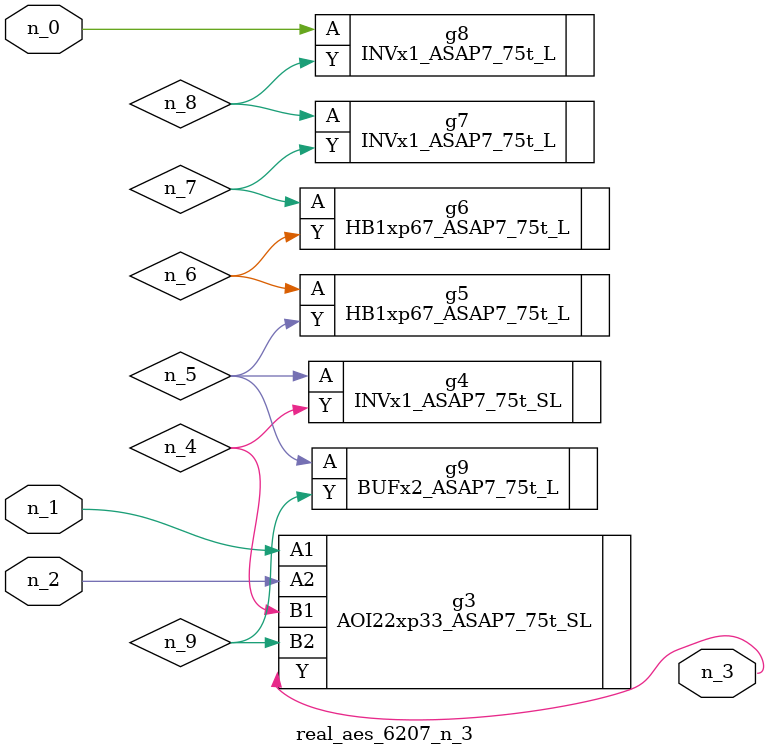
<source format=v>
module real_aes_6207_n_3 (n_0, n_2, n_1, n_3);
input n_0;
input n_2;
input n_1;
output n_3;
wire n_4;
wire n_5;
wire n_7;
wire n_9;
wire n_6;
wire n_8;
INVx1_ASAP7_75t_L g8 ( .A(n_0), .Y(n_8) );
AOI22xp33_ASAP7_75t_SL g3 ( .A1(n_1), .A2(n_2), .B1(n_4), .B2(n_9), .Y(n_3) );
INVx1_ASAP7_75t_SL g4 ( .A(n_5), .Y(n_4) );
BUFx2_ASAP7_75t_L g9 ( .A(n_5), .Y(n_9) );
HB1xp67_ASAP7_75t_L g5 ( .A(n_6), .Y(n_5) );
HB1xp67_ASAP7_75t_L g6 ( .A(n_7), .Y(n_6) );
INVx1_ASAP7_75t_L g7 ( .A(n_8), .Y(n_7) );
endmodule
</source>
